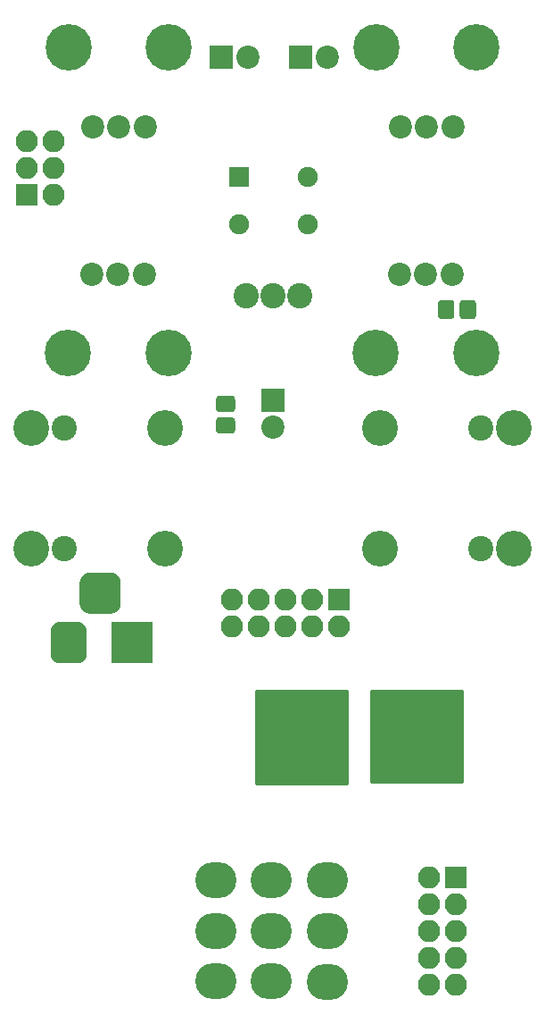
<source format=gbr>
G04 #@! TF.GenerationSoftware,KiCad,Pcbnew,(5.0.0-3-g5ebb6b6)*
G04 #@! TF.CreationDate,2018-12-28T22:49:47+00:00*
G04 #@! TF.ProjectId,Atomizer,41746F6D697A65722E6B696361645F70,rev?*
G04 #@! TF.SameCoordinates,Original*
G04 #@! TF.FileFunction,Soldermask,Bot*
G04 #@! TF.FilePolarity,Negative*
%FSLAX46Y46*%
G04 Gerber Fmt 4.6, Leading zero omitted, Abs format (unit mm)*
G04 Created by KiCad (PCBNEW (5.0.0-3-g5ebb6b6)) date Friday, 28 December 2018 at 22:49:47*
%MOMM*%
%LPD*%
G01*
G04 APERTURE LIST*
%ADD10R,1.898000X1.898000*%
%ADD11C,1.898000*%
%ADD12O,3.900000X3.400000*%
%ADD13C,2.400000*%
%ADD14C,3.400000*%
%ADD15C,4.400000*%
%ADD16C,2.200000*%
%ADD17O,2.100000X2.100000*%
%ADD18R,2.100000X2.100000*%
%ADD19C,0.100000*%
%ADD20C,1.550000*%
%ADD21R,2.200000X2.200000*%
%ADD22R,3.900000X3.900000*%
%ADD23C,3.900000*%
%ADD24C,0.254000*%
G04 APERTURE END LIST*
D10*
G04 #@! TO.C,SW_MODE1*
X77458500Y-88618500D03*
D11*
X77458500Y-93118500D03*
X83958500Y-93118500D03*
X83958500Y-88618500D03*
G04 #@! TD*
D12*
G04 #@! TO.C,SW_EN1*
X85836760Y-164851080D03*
X80563720Y-164838380D03*
X75247500Y-164833300D03*
X85852000Y-160045400D03*
X80556100Y-160045400D03*
X75247500Y-160045400D03*
X85864700Y-155244800D03*
X80556100Y-155244800D03*
X75247500Y-155244800D03*
G04 #@! TD*
D13*
G04 #@! TO.C,J_IN1*
X100393500Y-112395000D03*
X100393500Y-123825000D03*
D14*
X103568500Y-123825000D03*
X103568500Y-112395000D03*
X90868500Y-112395000D03*
X90868500Y-123825000D03*
G04 #@! TD*
D13*
G04 #@! TO.C,J_OUT1*
X60896500Y-123825000D03*
X60896500Y-112395000D03*
D14*
X57721500Y-112395000D03*
X57721500Y-123825000D03*
X70421500Y-123825000D03*
X70421500Y-112395000D03*
G04 #@! TD*
D15*
G04 #@! TO.C,P_VOL1*
X90460000Y-105290000D03*
X99960000Y-105290000D03*
D16*
X92710000Y-97790000D03*
X95210000Y-97790000D03*
X97710000Y-97790000D03*
G04 #@! TD*
G04 #@! TO.C,P_OSCON1*
X63580000Y-83820000D03*
X66080000Y-83820000D03*
X68580000Y-83820000D03*
D15*
X61330000Y-76320000D03*
X70830000Y-76320000D03*
G04 #@! TD*
D17*
G04 #@! TO.C,J_AUXTOMAIN1*
X95504000Y-154940000D03*
X95504000Y-157480000D03*
X95504000Y-160020000D03*
X95504000Y-162560000D03*
X95504000Y-165100000D03*
X98044000Y-165100000D03*
X98044000Y-162560000D03*
X98044000Y-160020000D03*
X98044000Y-157480000D03*
D18*
X98044000Y-154940000D03*
G04 #@! TD*
D19*
G04 #@! TO.C,R_LPF1*
G36*
X76796071Y-109326623D02*
X76828781Y-109331475D01*
X76860857Y-109339509D01*
X76891991Y-109350649D01*
X76921884Y-109364787D01*
X76950247Y-109381787D01*
X76976807Y-109401485D01*
X77001308Y-109423692D01*
X77023515Y-109448193D01*
X77043213Y-109474753D01*
X77060213Y-109503116D01*
X77074351Y-109533009D01*
X77085491Y-109564143D01*
X77093525Y-109596219D01*
X77098377Y-109628929D01*
X77100000Y-109661956D01*
X77100000Y-110538044D01*
X77098377Y-110571071D01*
X77093525Y-110603781D01*
X77085491Y-110635857D01*
X77074351Y-110666991D01*
X77060213Y-110696884D01*
X77043213Y-110725247D01*
X77023515Y-110751807D01*
X77001308Y-110776308D01*
X76976807Y-110798515D01*
X76950247Y-110818213D01*
X76921884Y-110835213D01*
X76891991Y-110849351D01*
X76860857Y-110860491D01*
X76828781Y-110868525D01*
X76796071Y-110873377D01*
X76763044Y-110875000D01*
X75636956Y-110875000D01*
X75603929Y-110873377D01*
X75571219Y-110868525D01*
X75539143Y-110860491D01*
X75508009Y-110849351D01*
X75478116Y-110835213D01*
X75449753Y-110818213D01*
X75423193Y-110798515D01*
X75398692Y-110776308D01*
X75376485Y-110751807D01*
X75356787Y-110725247D01*
X75339787Y-110696884D01*
X75325649Y-110666991D01*
X75314509Y-110635857D01*
X75306475Y-110603781D01*
X75301623Y-110571071D01*
X75300000Y-110538044D01*
X75300000Y-109661956D01*
X75301623Y-109628929D01*
X75306475Y-109596219D01*
X75314509Y-109564143D01*
X75325649Y-109533009D01*
X75339787Y-109503116D01*
X75356787Y-109474753D01*
X75376485Y-109448193D01*
X75398692Y-109423692D01*
X75423193Y-109401485D01*
X75449753Y-109381787D01*
X75478116Y-109364787D01*
X75508009Y-109350649D01*
X75539143Y-109339509D01*
X75571219Y-109331475D01*
X75603929Y-109326623D01*
X75636956Y-109325000D01*
X76763044Y-109325000D01*
X76796071Y-109326623D01*
X76796071Y-109326623D01*
G37*
D20*
X76200000Y-110100000D03*
D19*
G36*
X76796071Y-111376623D02*
X76828781Y-111381475D01*
X76860857Y-111389509D01*
X76891991Y-111400649D01*
X76921884Y-111414787D01*
X76950247Y-111431787D01*
X76976807Y-111451485D01*
X77001308Y-111473692D01*
X77023515Y-111498193D01*
X77043213Y-111524753D01*
X77060213Y-111553116D01*
X77074351Y-111583009D01*
X77085491Y-111614143D01*
X77093525Y-111646219D01*
X77098377Y-111678929D01*
X77100000Y-111711956D01*
X77100000Y-112588044D01*
X77098377Y-112621071D01*
X77093525Y-112653781D01*
X77085491Y-112685857D01*
X77074351Y-112716991D01*
X77060213Y-112746884D01*
X77043213Y-112775247D01*
X77023515Y-112801807D01*
X77001308Y-112826308D01*
X76976807Y-112848515D01*
X76950247Y-112868213D01*
X76921884Y-112885213D01*
X76891991Y-112899351D01*
X76860857Y-112910491D01*
X76828781Y-112918525D01*
X76796071Y-112923377D01*
X76763044Y-112925000D01*
X75636956Y-112925000D01*
X75603929Y-112923377D01*
X75571219Y-112918525D01*
X75539143Y-112910491D01*
X75508009Y-112899351D01*
X75478116Y-112885213D01*
X75449753Y-112868213D01*
X75423193Y-112848515D01*
X75398692Y-112826308D01*
X75376485Y-112801807D01*
X75356787Y-112775247D01*
X75339787Y-112746884D01*
X75325649Y-112716991D01*
X75314509Y-112685857D01*
X75306475Y-112653781D01*
X75301623Y-112621071D01*
X75300000Y-112588044D01*
X75300000Y-111711956D01*
X75301623Y-111678929D01*
X75306475Y-111646219D01*
X75314509Y-111614143D01*
X75325649Y-111583009D01*
X75339787Y-111553116D01*
X75356787Y-111524753D01*
X75376485Y-111498193D01*
X75398692Y-111473692D01*
X75423193Y-111451485D01*
X75449753Y-111431787D01*
X75478116Y-111414787D01*
X75508009Y-111400649D01*
X75539143Y-111389509D01*
X75571219Y-111381475D01*
X75603929Y-111376623D01*
X75636956Y-111375000D01*
X76763044Y-111375000D01*
X76796071Y-111376623D01*
X76796071Y-111376623D01*
G37*
D20*
X76200000Y-112150000D03*
G04 #@! TD*
D19*
G04 #@! TO.C,R_GAIN1*
G36*
X99667071Y-100257123D02*
X99699781Y-100261975D01*
X99731857Y-100270009D01*
X99762991Y-100281149D01*
X99792884Y-100295287D01*
X99821247Y-100312287D01*
X99847807Y-100331985D01*
X99872308Y-100354192D01*
X99894515Y-100378693D01*
X99914213Y-100405253D01*
X99931213Y-100433616D01*
X99945351Y-100463509D01*
X99956491Y-100494643D01*
X99964525Y-100526719D01*
X99969377Y-100559429D01*
X99971000Y-100592456D01*
X99971000Y-101718544D01*
X99969377Y-101751571D01*
X99964525Y-101784281D01*
X99956491Y-101816357D01*
X99945351Y-101847491D01*
X99931213Y-101877384D01*
X99914213Y-101905747D01*
X99894515Y-101932307D01*
X99872308Y-101956808D01*
X99847807Y-101979015D01*
X99821247Y-101998713D01*
X99792884Y-102015713D01*
X99762991Y-102029851D01*
X99731857Y-102040991D01*
X99699781Y-102049025D01*
X99667071Y-102053877D01*
X99634044Y-102055500D01*
X98757956Y-102055500D01*
X98724929Y-102053877D01*
X98692219Y-102049025D01*
X98660143Y-102040991D01*
X98629009Y-102029851D01*
X98599116Y-102015713D01*
X98570753Y-101998713D01*
X98544193Y-101979015D01*
X98519692Y-101956808D01*
X98497485Y-101932307D01*
X98477787Y-101905747D01*
X98460787Y-101877384D01*
X98446649Y-101847491D01*
X98435509Y-101816357D01*
X98427475Y-101784281D01*
X98422623Y-101751571D01*
X98421000Y-101718544D01*
X98421000Y-100592456D01*
X98422623Y-100559429D01*
X98427475Y-100526719D01*
X98435509Y-100494643D01*
X98446649Y-100463509D01*
X98460787Y-100433616D01*
X98477787Y-100405253D01*
X98497485Y-100378693D01*
X98519692Y-100354192D01*
X98544193Y-100331985D01*
X98570753Y-100312287D01*
X98599116Y-100295287D01*
X98629009Y-100281149D01*
X98660143Y-100270009D01*
X98692219Y-100261975D01*
X98724929Y-100257123D01*
X98757956Y-100255500D01*
X99634044Y-100255500D01*
X99667071Y-100257123D01*
X99667071Y-100257123D01*
G37*
D20*
X99196000Y-101155500D03*
D19*
G36*
X97617071Y-100257123D02*
X97649781Y-100261975D01*
X97681857Y-100270009D01*
X97712991Y-100281149D01*
X97742884Y-100295287D01*
X97771247Y-100312287D01*
X97797807Y-100331985D01*
X97822308Y-100354192D01*
X97844515Y-100378693D01*
X97864213Y-100405253D01*
X97881213Y-100433616D01*
X97895351Y-100463509D01*
X97906491Y-100494643D01*
X97914525Y-100526719D01*
X97919377Y-100559429D01*
X97921000Y-100592456D01*
X97921000Y-101718544D01*
X97919377Y-101751571D01*
X97914525Y-101784281D01*
X97906491Y-101816357D01*
X97895351Y-101847491D01*
X97881213Y-101877384D01*
X97864213Y-101905747D01*
X97844515Y-101932307D01*
X97822308Y-101956808D01*
X97797807Y-101979015D01*
X97771247Y-101998713D01*
X97742884Y-102015713D01*
X97712991Y-102029851D01*
X97681857Y-102040991D01*
X97649781Y-102049025D01*
X97617071Y-102053877D01*
X97584044Y-102055500D01*
X96707956Y-102055500D01*
X96674929Y-102053877D01*
X96642219Y-102049025D01*
X96610143Y-102040991D01*
X96579009Y-102029851D01*
X96549116Y-102015713D01*
X96520753Y-101998713D01*
X96494193Y-101979015D01*
X96469692Y-101956808D01*
X96447485Y-101932307D01*
X96427787Y-101905747D01*
X96410787Y-101877384D01*
X96396649Y-101847491D01*
X96385509Y-101816357D01*
X96377475Y-101784281D01*
X96372623Y-101751571D01*
X96371000Y-101718544D01*
X96371000Y-100592456D01*
X96372623Y-100559429D01*
X96377475Y-100526719D01*
X96385509Y-100494643D01*
X96396649Y-100463509D01*
X96410787Y-100433616D01*
X96427787Y-100405253D01*
X96447485Y-100378693D01*
X96469692Y-100354192D01*
X96494193Y-100331985D01*
X96520753Y-100312287D01*
X96549116Y-100295287D01*
X96579009Y-100281149D01*
X96610143Y-100270009D01*
X96642219Y-100261975D01*
X96674929Y-100257123D01*
X96707956Y-100255500D01*
X97584044Y-100255500D01*
X97617071Y-100257123D01*
X97617071Y-100257123D01*
G37*
D20*
X97146000Y-101155500D03*
G04 #@! TD*
D21*
G04 #@! TO.C,D_LED1*
X80708741Y-109728000D03*
D16*
X80708741Y-112268000D03*
G04 #@! TD*
D22*
G04 #@! TO.C,J_PWR1*
X67310000Y-132715000D03*
D19*
G36*
X62243315Y-130769093D02*
X62325827Y-130781333D01*
X62406742Y-130801601D01*
X62485281Y-130829702D01*
X62560687Y-130865367D01*
X62632235Y-130908251D01*
X62699234Y-130957941D01*
X62761041Y-131013959D01*
X62817059Y-131075766D01*
X62866749Y-131142765D01*
X62909633Y-131214313D01*
X62945298Y-131289719D01*
X62973399Y-131368258D01*
X62993667Y-131449173D01*
X63005907Y-131531685D01*
X63010000Y-131615000D01*
X63010000Y-133815000D01*
X63005907Y-133898315D01*
X62993667Y-133980827D01*
X62973399Y-134061742D01*
X62945298Y-134140281D01*
X62909633Y-134215687D01*
X62866749Y-134287235D01*
X62817059Y-134354234D01*
X62761041Y-134416041D01*
X62699234Y-134472059D01*
X62632235Y-134521749D01*
X62560687Y-134564633D01*
X62485281Y-134600298D01*
X62406742Y-134628399D01*
X62325827Y-134648667D01*
X62243315Y-134660907D01*
X62160000Y-134665000D01*
X60460000Y-134665000D01*
X60376685Y-134660907D01*
X60294173Y-134648667D01*
X60213258Y-134628399D01*
X60134719Y-134600298D01*
X60059313Y-134564633D01*
X59987765Y-134521749D01*
X59920766Y-134472059D01*
X59858959Y-134416041D01*
X59802941Y-134354234D01*
X59753251Y-134287235D01*
X59710367Y-134215687D01*
X59674702Y-134140281D01*
X59646601Y-134061742D01*
X59626333Y-133980827D01*
X59614093Y-133898315D01*
X59610000Y-133815000D01*
X59610000Y-131615000D01*
X59614093Y-131531685D01*
X59626333Y-131449173D01*
X59646601Y-131368258D01*
X59674702Y-131289719D01*
X59710367Y-131214313D01*
X59753251Y-131142765D01*
X59802941Y-131075766D01*
X59858959Y-131013959D01*
X59920766Y-130957941D01*
X59987765Y-130908251D01*
X60059313Y-130865367D01*
X60134719Y-130829702D01*
X60213258Y-130801601D01*
X60294173Y-130781333D01*
X60376685Y-130769093D01*
X60460000Y-130765000D01*
X62160000Y-130765000D01*
X62243315Y-130769093D01*
X62243315Y-130769093D01*
G37*
D14*
X61310000Y-132715000D03*
D19*
G36*
X65380567Y-126069695D02*
X65475213Y-126083734D01*
X65568028Y-126106983D01*
X65658116Y-126139217D01*
X65744612Y-126180127D01*
X65826681Y-126229317D01*
X65903533Y-126286315D01*
X65974429Y-126350571D01*
X66038685Y-126421467D01*
X66095683Y-126498319D01*
X66144873Y-126580388D01*
X66185783Y-126666884D01*
X66218017Y-126756972D01*
X66241266Y-126849787D01*
X66255305Y-126944433D01*
X66260000Y-127040000D01*
X66260000Y-128990000D01*
X66255305Y-129085567D01*
X66241266Y-129180213D01*
X66218017Y-129273028D01*
X66185783Y-129363116D01*
X66144873Y-129449612D01*
X66095683Y-129531681D01*
X66038685Y-129608533D01*
X65974429Y-129679429D01*
X65903533Y-129743685D01*
X65826681Y-129800683D01*
X65744612Y-129849873D01*
X65658116Y-129890783D01*
X65568028Y-129923017D01*
X65475213Y-129946266D01*
X65380567Y-129960305D01*
X65285000Y-129965000D01*
X63335000Y-129965000D01*
X63239433Y-129960305D01*
X63144787Y-129946266D01*
X63051972Y-129923017D01*
X62961884Y-129890783D01*
X62875388Y-129849873D01*
X62793319Y-129800683D01*
X62716467Y-129743685D01*
X62645571Y-129679429D01*
X62581315Y-129608533D01*
X62524317Y-129531681D01*
X62475127Y-129449612D01*
X62434217Y-129363116D01*
X62401983Y-129273028D01*
X62378734Y-129180213D01*
X62364695Y-129085567D01*
X62360000Y-128990000D01*
X62360000Y-127040000D01*
X62364695Y-126944433D01*
X62378734Y-126849787D01*
X62401983Y-126756972D01*
X62434217Y-126666884D01*
X62475127Y-126580388D01*
X62524317Y-126498319D01*
X62581315Y-126421467D01*
X62645571Y-126350571D01*
X62716467Y-126286315D01*
X62793319Y-126229317D01*
X62875388Y-126180127D01*
X62961884Y-126139217D01*
X63051972Y-126106983D01*
X63144787Y-126083734D01*
X63239433Y-126069695D01*
X63335000Y-126065000D01*
X65285000Y-126065000D01*
X65380567Y-126069695D01*
X65380567Y-126069695D01*
G37*
D23*
X64310000Y-128015000D03*
G04 #@! TD*
D16*
G04 #@! TO.C,P_DEPTH1*
X92790000Y-83820000D03*
X95290000Y-83820000D03*
X97790000Y-83820000D03*
D15*
X90540000Y-76320000D03*
X100040000Y-76320000D03*
G04 #@! TD*
G04 #@! TO.C,P_OSCOFF1*
X61250000Y-105290000D03*
X70750000Y-105290000D03*
D16*
X63500000Y-97790000D03*
X66000000Y-97790000D03*
X68500000Y-97790000D03*
G04 #@! TD*
D13*
G04 #@! TO.C,SW_ATTACK1*
X80708741Y-99822000D03*
X83248741Y-99822000D03*
X78168741Y-99822000D03*
G04 #@! TD*
D18*
G04 #@! TO.C,J_MAINTOAUX1*
X86995000Y-128651000D03*
D17*
X84455000Y-128651000D03*
X81915000Y-128651000D03*
X79375000Y-128651000D03*
X76835000Y-128651000D03*
X76835000Y-131191000D03*
X79375000Y-131191000D03*
X81915000Y-131191000D03*
X84455000Y-131191000D03*
X86995000Y-131191000D03*
G04 #@! TD*
D18*
G04 #@! TO.C,J_ICSP1*
X57340500Y-90297000D03*
D17*
X59880500Y-90297000D03*
X57340500Y-87757000D03*
X59880500Y-87757000D03*
X57340500Y-85217000D03*
X59880500Y-85217000D03*
G04 #@! TD*
D16*
G04 #@! TO.C,D_LEDHI1*
X78295500Y-77216000D03*
D21*
X75755500Y-77216000D03*
G04 #@! TD*
G04 #@! TO.C,D_LEDLO1*
X83312000Y-77216000D03*
D16*
X85852000Y-77216000D03*
G04 #@! TD*
D24*
G36*
X87757000Y-146050000D02*
X79121000Y-146050000D01*
X79121000Y-137287000D01*
X87757000Y-137287000D01*
X87757000Y-146050000D01*
X87757000Y-146050000D01*
G37*
X87757000Y-146050000D02*
X79121000Y-146050000D01*
X79121000Y-137287000D01*
X87757000Y-137287000D01*
X87757000Y-146050000D01*
G36*
X98679000Y-145923000D02*
X90043000Y-145923000D01*
X90043000Y-137287000D01*
X98679000Y-137287000D01*
X98679000Y-145923000D01*
X98679000Y-145923000D01*
G37*
X98679000Y-145923000D02*
X90043000Y-145923000D01*
X90043000Y-137287000D01*
X98679000Y-137287000D01*
X98679000Y-145923000D01*
M02*

</source>
